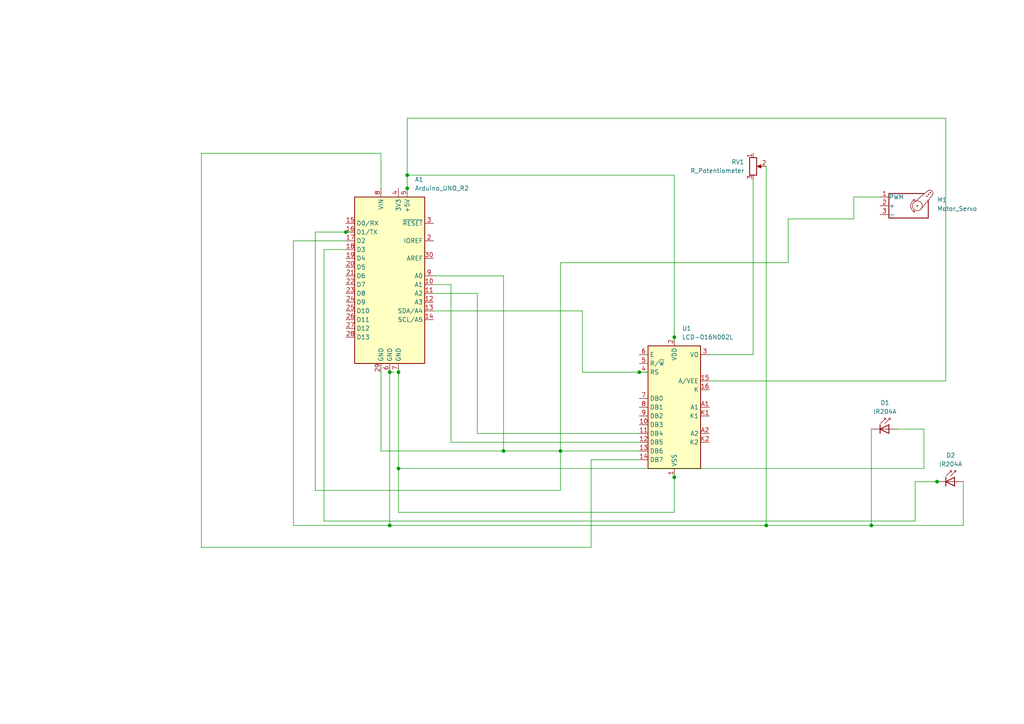
<source format=kicad_sch>
(kicad_sch
	(version 20231120)
	(generator "eeschema")
	(generator_version "8.0")
	(uuid "6172b188-49c7-45f3-8b79-5402782cec89")
	(paper "A4")
	(lib_symbols
		(symbol "Device:R_Potentiometer"
			(pin_names
				(offset 1.016) hide)
			(exclude_from_sim no)
			(in_bom yes)
			(on_board yes)
			(property "Reference" "RV"
				(at -4.445 0 90)
				(effects
					(font
						(size 1.27 1.27)
					)
				)
			)
			(property "Value" "R_Potentiometer"
				(at -2.54 0 90)
				(effects
					(font
						(size 1.27 1.27)
					)
				)
			)
			(property "Footprint" ""
				(at 0 0 0)
				(effects
					(font
						(size 1.27 1.27)
					)
					(hide yes)
				)
			)
			(property "Datasheet" "~"
				(at 0 0 0)
				(effects
					(font
						(size 1.27 1.27)
					)
					(hide yes)
				)
			)
			(property "Description" "Potentiometer"
				(at 0 0 0)
				(effects
					(font
						(size 1.27 1.27)
					)
					(hide yes)
				)
			)
			(property "ki_keywords" "resistor variable"
				(at 0 0 0)
				(effects
					(font
						(size 1.27 1.27)
					)
					(hide yes)
				)
			)
			(property "ki_fp_filters" "Potentiometer*"
				(at 0 0 0)
				(effects
					(font
						(size 1.27 1.27)
					)
					(hide yes)
				)
			)
			(symbol "R_Potentiometer_0_1"
				(polyline
					(pts
						(xy 2.54 0) (xy 1.524 0)
					)
					(stroke
						(width 0)
						(type default)
					)
					(fill
						(type none)
					)
				)
				(polyline
					(pts
						(xy 1.143 0) (xy 2.286 0.508) (xy 2.286 -0.508) (xy 1.143 0)
					)
					(stroke
						(width 0)
						(type default)
					)
					(fill
						(type outline)
					)
				)
				(rectangle
					(start 1.016 2.54)
					(end -1.016 -2.54)
					(stroke
						(width 0.254)
						(type default)
					)
					(fill
						(type none)
					)
				)
			)
			(symbol "R_Potentiometer_1_1"
				(pin passive line
					(at 0 3.81 270)
					(length 1.27)
					(name "1"
						(effects
							(font
								(size 1.27 1.27)
							)
						)
					)
					(number "1"
						(effects
							(font
								(size 1.27 1.27)
							)
						)
					)
				)
				(pin passive line
					(at 3.81 0 180)
					(length 1.27)
					(name "2"
						(effects
							(font
								(size 1.27 1.27)
							)
						)
					)
					(number "2"
						(effects
							(font
								(size 1.27 1.27)
							)
						)
					)
				)
				(pin passive line
					(at 0 -3.81 90)
					(length 1.27)
					(name "3"
						(effects
							(font
								(size 1.27 1.27)
							)
						)
					)
					(number "3"
						(effects
							(font
								(size 1.27 1.27)
							)
						)
					)
				)
			)
		)
		(symbol "Display_Character:LCD-016N002L"
			(exclude_from_sim no)
			(in_bom yes)
			(on_board yes)
			(property "Reference" "U"
				(at -6.35 18.796 0)
				(effects
					(font
						(size 1.27 1.27)
					)
				)
			)
			(property "Value" "LCD-016N002L"
				(at 8.636 18.796 0)
				(effects
					(font
						(size 1.27 1.27)
					)
				)
			)
			(property "Footprint" "Display:LCD-016N002L"
				(at 0.508 -23.368 0)
				(effects
					(font
						(size 1.27 1.27)
					)
					(hide yes)
				)
			)
			(property "Datasheet" "http://www.vishay.com/docs/37299/37299.pdf"
				(at 12.7 -7.62 0)
				(effects
					(font
						(size 1.27 1.27)
					)
					(hide yes)
				)
			)
			(property "Description" "LCD 12x2, 8 bit parallel bus, 3V or 5V VDD"
				(at 0 0 0)
				(effects
					(font
						(size 1.27 1.27)
					)
					(hide yes)
				)
			)
			(property "ki_keywords" "display LCD dot-matrix"
				(at 0 0 0)
				(effects
					(font
						(size 1.27 1.27)
					)
					(hide yes)
				)
			)
			(property "ki_fp_filters" "*LCD*016N002L*"
				(at 0 0 0)
				(effects
					(font
						(size 1.27 1.27)
					)
					(hide yes)
				)
			)
			(symbol "LCD-016N002L_1_1"
				(rectangle
					(start -7.62 17.78)
					(end 7.62 -17.78)
					(stroke
						(width 0.254)
						(type default)
					)
					(fill
						(type background)
					)
				)
				(pin power_in line
					(at 0 -20.32 90)
					(length 2.54)
					(name "VSS"
						(effects
							(font
								(size 1.27 1.27)
							)
						)
					)
					(number "1"
						(effects
							(font
								(size 1.27 1.27)
							)
						)
					)
				)
				(pin bidirectional line
					(at -10.16 -5.08 0)
					(length 2.54)
					(name "DB3"
						(effects
							(font
								(size 1.27 1.27)
							)
						)
					)
					(number "10"
						(effects
							(font
								(size 1.27 1.27)
							)
						)
					)
				)
				(pin bidirectional line
					(at -10.16 -7.62 0)
					(length 2.54)
					(name "DB4"
						(effects
							(font
								(size 1.27 1.27)
							)
						)
					)
					(number "11"
						(effects
							(font
								(size 1.27 1.27)
							)
						)
					)
				)
				(pin bidirectional line
					(at -10.16 -10.16 0)
					(length 2.54)
					(name "DB5"
						(effects
							(font
								(size 1.27 1.27)
							)
						)
					)
					(number "12"
						(effects
							(font
								(size 1.27 1.27)
							)
						)
					)
				)
				(pin bidirectional line
					(at -10.16 -12.7 0)
					(length 2.54)
					(name "DB6"
						(effects
							(font
								(size 1.27 1.27)
							)
						)
					)
					(number "13"
						(effects
							(font
								(size 1.27 1.27)
							)
						)
					)
				)
				(pin bidirectional line
					(at -10.16 -15.24 0)
					(length 2.54)
					(name "DB7"
						(effects
							(font
								(size 1.27 1.27)
							)
						)
					)
					(number "14"
						(effects
							(font
								(size 1.27 1.27)
							)
						)
					)
				)
				(pin power_in line
					(at 10.16 7.62 180)
					(length 2.54)
					(name "A/VEE"
						(effects
							(font
								(size 1.27 1.27)
							)
						)
					)
					(number "15"
						(effects
							(font
								(size 1.27 1.27)
							)
						)
					)
				)
				(pin power_in line
					(at 10.16 5.08 180)
					(length 2.54)
					(name "K"
						(effects
							(font
								(size 1.27 1.27)
							)
						)
					)
					(number "16"
						(effects
							(font
								(size 1.27 1.27)
							)
						)
					)
				)
				(pin power_in line
					(at 0 20.32 270)
					(length 2.54)
					(name "VDD"
						(effects
							(font
								(size 1.27 1.27)
							)
						)
					)
					(number "2"
						(effects
							(font
								(size 1.27 1.27)
							)
						)
					)
				)
				(pin input line
					(at 10.16 15.24 180)
					(length 2.54)
					(name "VO"
						(effects
							(font
								(size 1.27 1.27)
							)
						)
					)
					(number "3"
						(effects
							(font
								(size 1.27 1.27)
							)
						)
					)
				)
				(pin input line
					(at -10.16 10.16 0)
					(length 2.54)
					(name "RS"
						(effects
							(font
								(size 1.27 1.27)
							)
						)
					)
					(number "4"
						(effects
							(font
								(size 1.27 1.27)
							)
						)
					)
				)
				(pin input line
					(at -10.16 12.7 0)
					(length 2.54)
					(name "R/~{W}"
						(effects
							(font
								(size 1.27 1.27)
							)
						)
					)
					(number "5"
						(effects
							(font
								(size 1.27 1.27)
							)
						)
					)
				)
				(pin input line
					(at -10.16 15.24 0)
					(length 2.54)
					(name "E"
						(effects
							(font
								(size 1.27 1.27)
							)
						)
					)
					(number "6"
						(effects
							(font
								(size 1.27 1.27)
							)
						)
					)
				)
				(pin bidirectional line
					(at -10.16 2.54 0)
					(length 2.54)
					(name "DB0"
						(effects
							(font
								(size 1.27 1.27)
							)
						)
					)
					(number "7"
						(effects
							(font
								(size 1.27 1.27)
							)
						)
					)
				)
				(pin bidirectional line
					(at -10.16 0 0)
					(length 2.54)
					(name "DB1"
						(effects
							(font
								(size 1.27 1.27)
							)
						)
					)
					(number "8"
						(effects
							(font
								(size 1.27 1.27)
							)
						)
					)
				)
				(pin bidirectional line
					(at -10.16 -2.54 0)
					(length 2.54)
					(name "DB2"
						(effects
							(font
								(size 1.27 1.27)
							)
						)
					)
					(number "9"
						(effects
							(font
								(size 1.27 1.27)
							)
						)
					)
				)
				(pin power_in line
					(at 10.16 0 180)
					(length 2.54)
					(name "A1"
						(effects
							(font
								(size 1.27 1.27)
							)
						)
					)
					(number "A1"
						(effects
							(font
								(size 1.27 1.27)
							)
						)
					)
				)
				(pin power_in line
					(at 10.16 -7.62 180)
					(length 2.54)
					(name "A2"
						(effects
							(font
								(size 1.27 1.27)
							)
						)
					)
					(number "A2"
						(effects
							(font
								(size 1.27 1.27)
							)
						)
					)
				)
				(pin power_in line
					(at 10.16 -2.54 180)
					(length 2.54)
					(name "K1"
						(effects
							(font
								(size 1.27 1.27)
							)
						)
					)
					(number "K1"
						(effects
							(font
								(size 1.27 1.27)
							)
						)
					)
				)
				(pin power_in line
					(at 10.16 -10.16 180)
					(length 2.54)
					(name "K2"
						(effects
							(font
								(size 1.27 1.27)
							)
						)
					)
					(number "K2"
						(effects
							(font
								(size 1.27 1.27)
							)
						)
					)
				)
			)
		)
		(symbol "LED:IR204A"
			(pin_numbers hide)
			(pin_names
				(offset 1.016) hide)
			(exclude_from_sim no)
			(in_bom yes)
			(on_board yes)
			(property "Reference" "D"
				(at 0.508 1.778 0)
				(effects
					(font
						(size 1.27 1.27)
					)
					(justify left)
				)
			)
			(property "Value" "IR204A"
				(at -1.016 -2.794 0)
				(effects
					(font
						(size 1.27 1.27)
					)
				)
			)
			(property "Footprint" "LED_THT:LED_D3.0mm_IRBlack"
				(at 0 4.445 0)
				(effects
					(font
						(size 1.27 1.27)
					)
					(hide yes)
				)
			)
			(property "Datasheet" "http://www.everlight.com/file/ProductFile/IR204-A.pdf"
				(at -1.27 0 0)
				(effects
					(font
						(size 1.27 1.27)
					)
					(hide yes)
				)
			)
			(property "Description" "Infrared LED , 3mm LED package"
				(at 0 0 0)
				(effects
					(font
						(size 1.27 1.27)
					)
					(hide yes)
				)
			)
			(property "ki_keywords" "opto IR LED"
				(at 0 0 0)
				(effects
					(font
						(size 1.27 1.27)
					)
					(hide yes)
				)
			)
			(property "ki_fp_filters" "LED*3.0mm*IRBlack*"
				(at 0 0 0)
				(effects
					(font
						(size 1.27 1.27)
					)
					(hide yes)
				)
			)
			(symbol "IR204A_0_1"
				(polyline
					(pts
						(xy -2.54 1.27) (xy -2.54 -1.27)
					)
					(stroke
						(width 0.254)
						(type default)
					)
					(fill
						(type none)
					)
				)
				(polyline
					(pts
						(xy 0 0) (xy -2.54 0)
					)
					(stroke
						(width 0)
						(type default)
					)
					(fill
						(type none)
					)
				)
				(polyline
					(pts
						(xy 0.381 3.175) (xy -0.127 3.175)
					)
					(stroke
						(width 0)
						(type default)
					)
					(fill
						(type none)
					)
				)
				(polyline
					(pts
						(xy -1.143 1.651) (xy 0.381 3.175) (xy 0.381 2.667)
					)
					(stroke
						(width 0)
						(type default)
					)
					(fill
						(type none)
					)
				)
				(polyline
					(pts
						(xy 0 1.27) (xy -2.54 0) (xy 0 -1.27) (xy 0 1.27)
					)
					(stroke
						(width 0.254)
						(type default)
					)
					(fill
						(type none)
					)
				)
				(polyline
					(pts
						(xy -2.413 1.651) (xy -0.889 3.175) (xy -0.889 2.667) (xy -0.889 3.175) (xy -1.397 3.175)
					)
					(stroke
						(width 0)
						(type default)
					)
					(fill
						(type none)
					)
				)
			)
			(symbol "IR204A_1_1"
				(pin passive line
					(at -5.08 0 0)
					(length 2.54)
					(name "K"
						(effects
							(font
								(size 1.27 1.27)
							)
						)
					)
					(number "1"
						(effects
							(font
								(size 1.27 1.27)
							)
						)
					)
				)
				(pin passive line
					(at 2.54 0 180)
					(length 2.54)
					(name "A"
						(effects
							(font
								(size 1.27 1.27)
							)
						)
					)
					(number "2"
						(effects
							(font
								(size 1.27 1.27)
							)
						)
					)
				)
			)
		)
		(symbol "MCU_Module:Arduino_UNO_R2"
			(exclude_from_sim no)
			(in_bom yes)
			(on_board yes)
			(property "Reference" "A"
				(at -10.16 23.495 0)
				(effects
					(font
						(size 1.27 1.27)
					)
					(justify left bottom)
				)
			)
			(property "Value" "Arduino_UNO_R2"
				(at 5.08 -26.67 0)
				(effects
					(font
						(size 1.27 1.27)
					)
					(justify left top)
				)
			)
			(property "Footprint" "Module:Arduino_UNO_R2"
				(at 0 0 0)
				(effects
					(font
						(size 1.27 1.27)
						(italic yes)
					)
					(hide yes)
				)
			)
			(property "Datasheet" "https://www.arduino.cc/en/Main/arduinoBoardUno"
				(at 0 0 0)
				(effects
					(font
						(size 1.27 1.27)
					)
					(hide yes)
				)
			)
			(property "Description" "Arduino UNO Microcontroller Module, release 2"
				(at 0 0 0)
				(effects
					(font
						(size 1.27 1.27)
					)
					(hide yes)
				)
			)
			(property "ki_keywords" "Arduino UNO R3 Microcontroller Module Atmel AVR USB"
				(at 0 0 0)
				(effects
					(font
						(size 1.27 1.27)
					)
					(hide yes)
				)
			)
			(property "ki_fp_filters" "Arduino*UNO*R2*"
				(at 0 0 0)
				(effects
					(font
						(size 1.27 1.27)
					)
					(hide yes)
				)
			)
			(symbol "Arduino_UNO_R2_0_1"
				(rectangle
					(start -10.16 22.86)
					(end 10.16 -25.4)
					(stroke
						(width 0.254)
						(type default)
					)
					(fill
						(type background)
					)
				)
			)
			(symbol "Arduino_UNO_R2_1_1"
				(pin no_connect line
					(at -10.16 -20.32 0)
					(length 2.54) hide
					(name "NC"
						(effects
							(font
								(size 1.27 1.27)
							)
						)
					)
					(number "1"
						(effects
							(font
								(size 1.27 1.27)
							)
						)
					)
				)
				(pin bidirectional line
					(at 12.7 -2.54 180)
					(length 2.54)
					(name "A1"
						(effects
							(font
								(size 1.27 1.27)
							)
						)
					)
					(number "10"
						(effects
							(font
								(size 1.27 1.27)
							)
						)
					)
				)
				(pin bidirectional line
					(at 12.7 -5.08 180)
					(length 2.54)
					(name "A2"
						(effects
							(font
								(size 1.27 1.27)
							)
						)
					)
					(number "11"
						(effects
							(font
								(size 1.27 1.27)
							)
						)
					)
				)
				(pin bidirectional line
					(at 12.7 -7.62 180)
					(length 2.54)
					(name "A3"
						(effects
							(font
								(size 1.27 1.27)
							)
						)
					)
					(number "12"
						(effects
							(font
								(size 1.27 1.27)
							)
						)
					)
				)
				(pin bidirectional line
					(at 12.7 -10.16 180)
					(length 2.54)
					(name "SDA/A4"
						(effects
							(font
								(size 1.27 1.27)
							)
						)
					)
					(number "13"
						(effects
							(font
								(size 1.27 1.27)
							)
						)
					)
				)
				(pin bidirectional line
					(at 12.7 -12.7 180)
					(length 2.54)
					(name "SCL/A5"
						(effects
							(font
								(size 1.27 1.27)
							)
						)
					)
					(number "14"
						(effects
							(font
								(size 1.27 1.27)
							)
						)
					)
				)
				(pin bidirectional line
					(at -12.7 15.24 0)
					(length 2.54)
					(name "D0/RX"
						(effects
							(font
								(size 1.27 1.27)
							)
						)
					)
					(number "15"
						(effects
							(font
								(size 1.27 1.27)
							)
						)
					)
				)
				(pin bidirectional line
					(at -12.7 12.7 0)
					(length 2.54)
					(name "D1/TX"
						(effects
							(font
								(size 1.27 1.27)
							)
						)
					)
					(number "16"
						(effects
							(font
								(size 1.27 1.27)
							)
						)
					)
				)
				(pin bidirectional line
					(at -12.7 10.16 0)
					(length 2.54)
					(name "D2"
						(effects
							(font
								(size 1.27 1.27)
							)
						)
					)
					(number "17"
						(effects
							(font
								(size 1.27 1.27)
							)
						)
					)
				)
				(pin bidirectional line
					(at -12.7 7.62 0)
					(length 2.54)
					(name "D3"
						(effects
							(font
								(size 1.27 1.27)
							)
						)
					)
					(number "18"
						(effects
							(font
								(size 1.27 1.27)
							)
						)
					)
				)
				(pin bidirectional line
					(at -12.7 5.08 0)
					(length 2.54)
					(name "D4"
						(effects
							(font
								(size 1.27 1.27)
							)
						)
					)
					(number "19"
						(effects
							(font
								(size 1.27 1.27)
							)
						)
					)
				)
				(pin output line
					(at 12.7 10.16 180)
					(length 2.54)
					(name "IOREF"
						(effects
							(font
								(size 1.27 1.27)
							)
						)
					)
					(number "2"
						(effects
							(font
								(size 1.27 1.27)
							)
						)
					)
				)
				(pin bidirectional line
					(at -12.7 2.54 0)
					(length 2.54)
					(name "D5"
						(effects
							(font
								(size 1.27 1.27)
							)
						)
					)
					(number "20"
						(effects
							(font
								(size 1.27 1.27)
							)
						)
					)
				)
				(pin bidirectional line
					(at -12.7 0 0)
					(length 2.54)
					(name "D6"
						(effects
							(font
								(size 1.27 1.27)
							)
						)
					)
					(number "21"
						(effects
							(font
								(size 1.27 1.27)
							)
						)
					)
				)
				(pin bidirectional line
					(at -12.7 -2.54 0)
					(length 2.54)
					(name "D7"
						(effects
							(font
								(size 1.27 1.27)
							)
						)
					)
					(number "22"
						(effects
							(font
								(size 1.27 1.27)
							)
						)
					)
				)
				(pin bidirectional line
					(at -12.7 -5.08 0)
					(length 2.54)
					(name "D8"
						(effects
							(font
								(size 1.27 1.27)
							)
						)
					)
					(number "23"
						(effects
							(font
								(size 1.27 1.27)
							)
						)
					)
				)
				(pin bidirectional line
					(at -12.7 -7.62 0)
					(length 2.54)
					(name "D9"
						(effects
							(font
								(size 1.27 1.27)
							)
						)
					)
					(number "24"
						(effects
							(font
								(size 1.27 1.27)
							)
						)
					)
				)
				(pin bidirectional line
					(at -12.7 -10.16 0)
					(length 2.54)
					(name "D10"
						(effects
							(font
								(size 1.27 1.27)
							)
						)
					)
					(number "25"
						(effects
							(font
								(size 1.27 1.27)
							)
						)
					)
				)
				(pin bidirectional line
					(at -12.7 -12.7 0)
					(length 2.54)
					(name "D11"
						(effects
							(font
								(size 1.27 1.27)
							)
						)
					)
					(number "26"
						(effects
							(font
								(size 1.27 1.27)
							)
						)
					)
				)
				(pin bidirectional line
					(at -12.7 -15.24 0)
					(length 2.54)
					(name "D12"
						(effects
							(font
								(size 1.27 1.27)
							)
						)
					)
					(number "27"
						(effects
							(font
								(size 1.27 1.27)
							)
						)
					)
				)
				(pin bidirectional line
					(at -12.7 -17.78 0)
					(length 2.54)
					(name "D13"
						(effects
							(font
								(size 1.27 1.27)
							)
						)
					)
					(number "28"
						(effects
							(font
								(size 1.27 1.27)
							)
						)
					)
				)
				(pin power_in line
					(at -2.54 -27.94 90)
					(length 2.54)
					(name "GND"
						(effects
							(font
								(size 1.27 1.27)
							)
						)
					)
					(number "29"
						(effects
							(font
								(size 1.27 1.27)
							)
						)
					)
				)
				(pin input line
					(at 12.7 15.24 180)
					(length 2.54)
					(name "~{RESET}"
						(effects
							(font
								(size 1.27 1.27)
							)
						)
					)
					(number "3"
						(effects
							(font
								(size 1.27 1.27)
							)
						)
					)
				)
				(pin input line
					(at 12.7 5.08 180)
					(length 2.54)
					(name "AREF"
						(effects
							(font
								(size 1.27 1.27)
							)
						)
					)
					(number "30"
						(effects
							(font
								(size 1.27 1.27)
							)
						)
					)
				)
				(pin power_out line
					(at 2.54 25.4 270)
					(length 2.54)
					(name "3V3"
						(effects
							(font
								(size 1.27 1.27)
							)
						)
					)
					(number "4"
						(effects
							(font
								(size 1.27 1.27)
							)
						)
					)
				)
				(pin power_out line
					(at 5.08 25.4 270)
					(length 2.54)
					(name "+5V"
						(effects
							(font
								(size 1.27 1.27)
							)
						)
					)
					(number "5"
						(effects
							(font
								(size 1.27 1.27)
							)
						)
					)
				)
				(pin power_in line
					(at 0 -27.94 90)
					(length 2.54)
					(name "GND"
						(effects
							(font
								(size 1.27 1.27)
							)
						)
					)
					(number "6"
						(effects
							(font
								(size 1.27 1.27)
							)
						)
					)
				)
				(pin power_in line
					(at 2.54 -27.94 90)
					(length 2.54)
					(name "GND"
						(effects
							(font
								(size 1.27 1.27)
							)
						)
					)
					(number "7"
						(effects
							(font
								(size 1.27 1.27)
							)
						)
					)
				)
				(pin power_in line
					(at -2.54 25.4 270)
					(length 2.54)
					(name "VIN"
						(effects
							(font
								(size 1.27 1.27)
							)
						)
					)
					(number "8"
						(effects
							(font
								(size 1.27 1.27)
							)
						)
					)
				)
				(pin bidirectional line
					(at 12.7 0 180)
					(length 2.54)
					(name "A0"
						(effects
							(font
								(size 1.27 1.27)
							)
						)
					)
					(number "9"
						(effects
							(font
								(size 1.27 1.27)
							)
						)
					)
				)
			)
		)
		(symbol "Motor:Motor_Servo"
			(pin_names
				(offset 0.0254)
			)
			(exclude_from_sim no)
			(in_bom yes)
			(on_board yes)
			(property "Reference" "M"
				(at -5.08 4.445 0)
				(effects
					(font
						(size 1.27 1.27)
					)
					(justify left)
				)
			)
			(property "Value" "Motor_Servo"
				(at -5.08 -4.064 0)
				(effects
					(font
						(size 1.27 1.27)
					)
					(justify left top)
				)
			)
			(property "Footprint" ""
				(at 0 -4.826 0)
				(effects
					(font
						(size 1.27 1.27)
					)
					(hide yes)
				)
			)
			(property "Datasheet" "http://forums.parallax.com/uploads/attachments/46831/74481.png"
				(at 0 -4.826 0)
				(effects
					(font
						(size 1.27 1.27)
					)
					(hide yes)
				)
			)
			(property "Description" "Servo Motor (Futaba, HiTec, JR connector)"
				(at 0 0 0)
				(effects
					(font
						(size 1.27 1.27)
					)
					(hide yes)
				)
			)
			(property "ki_keywords" "Servo Motor"
				(at 0 0 0)
				(effects
					(font
						(size 1.27 1.27)
					)
					(hide yes)
				)
			)
			(property "ki_fp_filters" "PinHeader*P2.54mm*"
				(at 0 0 0)
				(effects
					(font
						(size 1.27 1.27)
					)
					(hide yes)
				)
			)
			(symbol "Motor_Servo_0_1"
				(polyline
					(pts
						(xy 2.413 -1.778) (xy 2.032 -1.778)
					)
					(stroke
						(width 0)
						(type default)
					)
					(fill
						(type none)
					)
				)
				(polyline
					(pts
						(xy 2.413 -1.778) (xy 2.286 -1.397)
					)
					(stroke
						(width 0)
						(type default)
					)
					(fill
						(type none)
					)
				)
				(polyline
					(pts
						(xy 2.413 1.778) (xy 1.905 1.778)
					)
					(stroke
						(width 0)
						(type default)
					)
					(fill
						(type none)
					)
				)
				(polyline
					(pts
						(xy 2.413 1.778) (xy 2.286 1.397)
					)
					(stroke
						(width 0)
						(type default)
					)
					(fill
						(type none)
					)
				)
				(polyline
					(pts
						(xy 6.35 4.445) (xy 2.54 1.27)
					)
					(stroke
						(width 0)
						(type default)
					)
					(fill
						(type none)
					)
				)
				(polyline
					(pts
						(xy 7.62 3.175) (xy 4.191 -1.016)
					)
					(stroke
						(width 0)
						(type default)
					)
					(fill
						(type none)
					)
				)
				(polyline
					(pts
						(xy 5.08 3.556) (xy -5.08 3.556) (xy -5.08 -3.556) (xy 6.35 -3.556) (xy 6.35 1.524)
					)
					(stroke
						(width 0.254)
						(type default)
					)
					(fill
						(type none)
					)
				)
				(arc
					(start 2.413 1.778)
					(mid 1.2406 0)
					(end 2.413 -1.778)
					(stroke
						(width 0)
						(type default)
					)
					(fill
						(type none)
					)
				)
				(circle
					(center 3.175 0)
					(radius 0.1778)
					(stroke
						(width 0)
						(type default)
					)
					(fill
						(type none)
					)
				)
				(circle
					(center 3.175 0)
					(radius 1.4224)
					(stroke
						(width 0)
						(type default)
					)
					(fill
						(type none)
					)
				)
				(circle
					(center 5.969 2.794)
					(radius 0.127)
					(stroke
						(width 0)
						(type default)
					)
					(fill
						(type none)
					)
				)
				(circle
					(center 6.477 3.302)
					(radius 0.127)
					(stroke
						(width 0)
						(type default)
					)
					(fill
						(type none)
					)
				)
				(circle
					(center 6.985 3.81)
					(radius 0.127)
					(stroke
						(width 0)
						(type default)
					)
					(fill
						(type none)
					)
				)
				(arc
					(start 7.62 3.175)
					(mid 7.4485 4.2735)
					(end 6.35 4.445)
					(stroke
						(width 0)
						(type default)
					)
					(fill
						(type none)
					)
				)
			)
			(symbol "Motor_Servo_1_1"
				(pin passive line
					(at -7.62 2.54 0)
					(length 2.54)
					(name "PWM"
						(effects
							(font
								(size 1.27 1.27)
							)
						)
					)
					(number "1"
						(effects
							(font
								(size 1.27 1.27)
							)
						)
					)
				)
				(pin passive line
					(at -7.62 0 0)
					(length 2.54)
					(name "+"
						(effects
							(font
								(size 1.27 1.27)
							)
						)
					)
					(number "2"
						(effects
							(font
								(size 1.27 1.27)
							)
						)
					)
				)
				(pin passive line
					(at -7.62 -2.54 0)
					(length 2.54)
					(name "-"
						(effects
							(font
								(size 1.27 1.27)
							)
						)
					)
					(number "3"
						(effects
							(font
								(size 1.27 1.27)
							)
						)
					)
				)
			)
		)
	)
	(junction
		(at 115.57 107.95)
		(diameter 0)
		(color 0 0 0 0)
		(uuid "04b91a6e-fa8a-4b5b-8ee1-12f5747881b0")
	)
	(junction
		(at 146.05 130.81)
		(diameter 0)
		(color 0 0 0 0)
		(uuid "05b6d8a0-be5b-4755-8d49-fbdd3afbec1e")
	)
	(junction
		(at 118.11 50.8)
		(diameter 0)
		(color 0 0 0 0)
		(uuid "2b5a30cc-8859-4a05-bb53-2daa1c644a09")
	)
	(junction
		(at 185.42 107.95)
		(diameter 0)
		(color 0 0 0 0)
		(uuid "39185ead-b2d5-40cc-95af-f242d8fffd97")
	)
	(junction
		(at 113.03 152.4)
		(diameter 0)
		(color 0 0 0 0)
		(uuid "39d47e0e-0fb8-42c8-b966-394acce0a4be")
	)
	(junction
		(at 113.03 107.95)
		(diameter 0)
		(color 0 0 0 0)
		(uuid "3fba05a0-9770-4cc9-bafb-00461543f7c1")
	)
	(junction
		(at 195.58 138.43)
		(diameter 0)
		(color 0 0 0 0)
		(uuid "a2fc2dc0-03a5-4cec-a2f6-286d888bb31f")
	)
	(junction
		(at 252.73 152.4)
		(diameter 0)
		(color 0 0 0 0)
		(uuid "a6569a45-de4e-4474-8774-f277803fb072")
	)
	(junction
		(at 100.33 67.31)
		(diameter 0)
		(color 0 0 0 0)
		(uuid "ae5c2835-0526-4efc-85e1-1eeefcff5711")
	)
	(junction
		(at 271.78 139.7)
		(diameter 0)
		(color 0 0 0 0)
		(uuid "d0642691-e86b-4028-8c69-f97e07588915")
	)
	(junction
		(at 118.11 54.61)
		(diameter 0)
		(color 0 0 0 0)
		(uuid "d5cfecdf-e3a7-434a-8a01-2522a425adc0")
	)
	(junction
		(at 162.56 130.81)
		(diameter 0)
		(color 0 0 0 0)
		(uuid "dfc061c9-f369-493b-95df-57a472fa4c0a")
	)
	(junction
		(at 222.25 152.4)
		(diameter 0)
		(color 0 0 0 0)
		(uuid "eca58452-848f-4e15-9ab8-80a5d32c9b17")
	)
	(junction
		(at 195.58 97.79)
		(diameter 0)
		(color 0 0 0 0)
		(uuid "ee09e5cd-c02a-4b73-b972-6558957afbba")
	)
	(junction
		(at 115.57 135.89)
		(diameter 0)
		(color 0 0 0 0)
		(uuid "f825ec07-eb2a-4fa7-9509-78a2afb7af8e")
	)
	(wire
		(pts
			(xy 162.56 130.81) (xy 185.42 130.81)
		)
		(stroke
			(width 0)
			(type default)
		)
		(uuid "03f10167-7854-45cd-a250-16e646e46ec5")
	)
	(wire
		(pts
			(xy 115.57 135.89) (xy 267.97 135.89)
		)
		(stroke
			(width 0)
			(type default)
		)
		(uuid "058c7ce4-ce2f-4ea2-a979-aba7346bae51")
	)
	(wire
		(pts
			(xy 130.81 128.27) (xy 130.81 82.55)
		)
		(stroke
			(width 0)
			(type default)
		)
		(uuid "094d0bdb-9c5d-4a44-bc71-d4bdf2af98b0")
	)
	(wire
		(pts
			(xy 110.49 44.45) (xy 58.42 44.45)
		)
		(stroke
			(width 0)
			(type default)
		)
		(uuid "09e2e716-760a-44c7-af13-5482a2feeaa1")
	)
	(wire
		(pts
			(xy 146.05 130.81) (xy 162.56 130.81)
		)
		(stroke
			(width 0)
			(type default)
		)
		(uuid "1452f8ff-7c30-4f90-b715-56133d38a4c4")
	)
	(wire
		(pts
			(xy 247.65 63.5) (xy 228.6 63.5)
		)
		(stroke
			(width 0)
			(type default)
		)
		(uuid "14e7d3e2-6282-4235-a213-9712cb89a542")
	)
	(wire
		(pts
			(xy 100.33 69.85) (xy 85.09 69.85)
		)
		(stroke
			(width 0)
			(type default)
		)
		(uuid "1824a00d-25a7-4d39-9bc3-6c7661de510e")
	)
	(wire
		(pts
			(xy 138.43 85.09) (xy 125.73 85.09)
		)
		(stroke
			(width 0)
			(type default)
		)
		(uuid "211d0960-54c6-4618-9781-4dcff3aace08")
	)
	(wire
		(pts
			(xy 113.03 152.4) (xy 222.25 152.4)
		)
		(stroke
			(width 0)
			(type default)
		)
		(uuid "24b83e95-13e0-4bab-8dd5-766f81631f26")
	)
	(wire
		(pts
			(xy 195.58 137.16) (xy 195.58 138.43)
		)
		(stroke
			(width 0)
			(type default)
		)
		(uuid "263100db-b204-4870-a551-196501f504a5")
	)
	(wire
		(pts
			(xy 125.73 82.55) (xy 130.81 82.55)
		)
		(stroke
			(width 0)
			(type default)
		)
		(uuid "27265246-d421-43e3-abbe-db6ac6976b57")
	)
	(wire
		(pts
			(xy 113.03 107.95) (xy 114.3 107.95)
		)
		(stroke
			(width 0)
			(type default)
		)
		(uuid "2d887044-fb67-418a-819d-5b53cd0a8bc9")
	)
	(wire
		(pts
			(xy 195.58 50.8) (xy 195.58 97.79)
		)
		(stroke
			(width 0)
			(type default)
		)
		(uuid "3219bbc7-4aa4-4ec7-8278-46154014d12e")
	)
	(wire
		(pts
			(xy 118.11 54.61) (xy 118.11 57.15)
		)
		(stroke
			(width 0)
			(type default)
		)
		(uuid "32ee5c11-6cca-464e-9a9e-4cd8089a0501")
	)
	(wire
		(pts
			(xy 228.6 63.5) (xy 228.6 76.2)
		)
		(stroke
			(width 0)
			(type default)
		)
		(uuid "33afe9b1-ef06-439c-b454-807dc32f0e36")
	)
	(wire
		(pts
			(xy 85.09 69.85) (xy 85.09 152.4)
		)
		(stroke
			(width 0)
			(type default)
		)
		(uuid "33b4e38d-ced0-49ff-b81e-527138763e1f")
	)
	(wire
		(pts
			(xy 110.49 54.61) (xy 110.49 44.45)
		)
		(stroke
			(width 0)
			(type default)
		)
		(uuid "34a9f69b-9307-4cd0-8354-0db0d5e81e24")
	)
	(wire
		(pts
			(xy 138.43 125.73) (xy 138.43 85.09)
		)
		(stroke
			(width 0)
			(type default)
		)
		(uuid "3c7bc14d-a950-41eb-baae-89efe6b0bc3c")
	)
	(wire
		(pts
			(xy 125.73 80.01) (xy 146.05 80.01)
		)
		(stroke
			(width 0)
			(type default)
		)
		(uuid "3ee8d49e-5e02-4bae-82cd-d283f1391d0a")
	)
	(wire
		(pts
			(xy 162.56 76.2) (xy 162.56 130.81)
		)
		(stroke
			(width 0)
			(type default)
		)
		(uuid "44c13195-d260-4b89-bc8a-816d43e37edf")
	)
	(wire
		(pts
			(xy 267.97 135.89) (xy 267.97 124.46)
		)
		(stroke
			(width 0)
			(type default)
		)
		(uuid "520e9464-678d-4230-b710-8513e97544a4")
	)
	(wire
		(pts
			(xy 118.11 50.8) (xy 118.11 54.61)
		)
		(stroke
			(width 0)
			(type default)
		)
		(uuid "522231d5-ad6a-4df3-94a9-5f47682b6b18")
	)
	(wire
		(pts
			(xy 146.05 130.81) (xy 146.05 80.01)
		)
		(stroke
			(width 0)
			(type default)
		)
		(uuid "52b01e53-b9c5-4456-aaf9-7e5838e9f7de")
	)
	(wire
		(pts
			(xy 118.11 34.29) (xy 118.11 50.8)
		)
		(stroke
			(width 0)
			(type default)
		)
		(uuid "53682c01-1ded-4d57-858f-b034e130eb41")
	)
	(wire
		(pts
			(xy 168.91 90.17) (xy 168.91 107.95)
		)
		(stroke
			(width 0)
			(type default)
		)
		(uuid "53a5d785-8f3b-48b7-ae07-bdb658310969")
	)
	(wire
		(pts
			(xy 91.44 142.24) (xy 162.56 142.24)
		)
		(stroke
			(width 0)
			(type default)
		)
		(uuid "5486f330-610c-4eed-a0bc-427b48f5338f")
	)
	(wire
		(pts
			(xy 252.73 124.46) (xy 252.73 152.4)
		)
		(stroke
			(width 0)
			(type default)
		)
		(uuid "57a0c199-439a-4fa0-aa78-5f4156336bc1")
	)
	(wire
		(pts
			(xy 91.44 67.31) (xy 100.33 67.31)
		)
		(stroke
			(width 0)
			(type default)
		)
		(uuid "62bfdc1d-bc4a-47bf-94ed-5442b8dc7f79")
	)
	(wire
		(pts
			(xy 274.32 34.29) (xy 118.11 34.29)
		)
		(stroke
			(width 0)
			(type default)
		)
		(uuid "62e548c4-cdb1-4b64-ad92-2a57f59e2120")
	)
	(wire
		(pts
			(xy 222.25 152.4) (xy 252.73 152.4)
		)
		(stroke
			(width 0)
			(type default)
		)
		(uuid "62f9565c-00e2-41b9-818b-99538341f28b")
	)
	(wire
		(pts
			(xy 265.43 151.13) (xy 265.43 139.7)
		)
		(stroke
			(width 0)
			(type default)
		)
		(uuid "6cdd42c4-8de1-4ff4-98db-ec300684bc73")
	)
	(wire
		(pts
			(xy 125.73 90.17) (xy 168.91 90.17)
		)
		(stroke
			(width 0)
			(type default)
		)
		(uuid "6f71872f-a72d-48b9-90c6-5790f27dd260")
	)
	(wire
		(pts
			(xy 279.4 152.4) (xy 279.4 139.7)
		)
		(stroke
			(width 0)
			(type default)
		)
		(uuid "723603ea-ec86-4792-897c-d590ef4d5bbc")
	)
	(wire
		(pts
			(xy 205.74 102.87) (xy 218.44 102.87)
		)
		(stroke
			(width 0)
			(type default)
		)
		(uuid "73d56d27-6ab2-40a1-aef5-7fad8bd6bdae")
	)
	(wire
		(pts
			(xy 171.45 158.75) (xy 171.45 133.35)
		)
		(stroke
			(width 0)
			(type default)
		)
		(uuid "787c57c0-ec43-42ca-b5ce-ad7983776f9e")
	)
	(wire
		(pts
			(xy 115.57 135.89) (xy 115.57 148.59)
		)
		(stroke
			(width 0)
			(type default)
		)
		(uuid "79780a33-f56b-4f72-8506-30d5aafc5c0a")
	)
	(wire
		(pts
			(xy 185.42 107.95) (xy 187.96 107.95)
		)
		(stroke
			(width 0)
			(type default)
		)
		(uuid "7b8f066d-46dd-4b54-b13f-70f57bb2f2b0")
	)
	(wire
		(pts
			(xy 274.32 110.49) (xy 274.32 34.29)
		)
		(stroke
			(width 0)
			(type default)
		)
		(uuid "8013e0a6-4419-418b-b2f5-7d155213b127")
	)
	(wire
		(pts
			(xy 195.58 148.59) (xy 195.58 138.43)
		)
		(stroke
			(width 0)
			(type default)
		)
		(uuid "84fa6731-74fd-4e82-94a1-aef7ca4baf53")
	)
	(wire
		(pts
			(xy 115.57 107.95) (xy 115.57 135.89)
		)
		(stroke
			(width 0)
			(type default)
		)
		(uuid "8af9c70c-990f-4774-b37c-8fb1b6085469")
	)
	(wire
		(pts
			(xy 265.43 139.7) (xy 271.78 139.7)
		)
		(stroke
			(width 0)
			(type default)
		)
		(uuid "92bb5961-b7a3-4da1-a391-0c82cba92598")
	)
	(wire
		(pts
			(xy 205.74 110.49) (xy 274.32 110.49)
		)
		(stroke
			(width 0)
			(type default)
		)
		(uuid "936e41c3-690c-4e8f-baf8-2d0c37fc1fb2")
	)
	(wire
		(pts
			(xy 260.35 124.46) (xy 267.97 124.46)
		)
		(stroke
			(width 0)
			(type default)
		)
		(uuid "93814082-fbb4-42ac-8d5b-8ea0b647545e")
	)
	(wire
		(pts
			(xy 113.03 107.95) (xy 113.03 152.4)
		)
		(stroke
			(width 0)
			(type default)
		)
		(uuid "95513e07-a293-497f-83be-e87694be81fd")
	)
	(wire
		(pts
			(xy 58.42 44.45) (xy 58.42 158.75)
		)
		(stroke
			(width 0)
			(type default)
		)
		(uuid "96b56aad-cbdf-4291-b0ba-c8964eecc5c1")
	)
	(wire
		(pts
			(xy 58.42 158.75) (xy 171.45 158.75)
		)
		(stroke
			(width 0)
			(type default)
		)
		(uuid "9a927381-f4b5-450c-836a-8cd3a273faa1")
	)
	(wire
		(pts
			(xy 110.49 130.81) (xy 146.05 130.81)
		)
		(stroke
			(width 0)
			(type default)
		)
		(uuid "a0a41dac-6130-47fe-8e8b-1b30e5531166")
	)
	(wire
		(pts
			(xy 100.33 67.31) (xy 101.6 67.31)
		)
		(stroke
			(width 0)
			(type default)
		)
		(uuid "a7a1b4d0-32ae-425c-a119-6192e0c7de25")
	)
	(wire
		(pts
			(xy 247.65 63.5) (xy 247.65 57.15)
		)
		(stroke
			(width 0)
			(type default)
		)
		(uuid "aad822f3-ecc8-4f7f-8d31-656a0aa2f87b")
	)
	(wire
		(pts
			(xy 271.78 139.7) (xy 273.05 139.7)
		)
		(stroke
			(width 0)
			(type default)
		)
		(uuid "b300d7b2-b7e2-4a43-9d11-56f1808c18ea")
	)
	(wire
		(pts
			(xy 115.57 148.59) (xy 195.58 148.59)
		)
		(stroke
			(width 0)
			(type default)
		)
		(uuid "b4653ca7-1953-45c6-8624-cbc963d69f7f")
	)
	(wire
		(pts
			(xy 171.45 133.35) (xy 185.42 133.35)
		)
		(stroke
			(width 0)
			(type default)
		)
		(uuid "b4d92b6f-7c6f-4d5c-a352-7340e4d0eedd")
	)
	(wire
		(pts
			(xy 93.98 151.13) (xy 93.98 72.39)
		)
		(stroke
			(width 0)
			(type default)
		)
		(uuid "b9347c79-3bf2-4b39-85db-0c5389352baa")
	)
	(wire
		(pts
			(xy 168.91 107.95) (xy 185.42 107.95)
		)
		(stroke
			(width 0)
			(type default)
		)
		(uuid "b97a0a0f-febe-40f2-851d-14fee2455361")
	)
	(wire
		(pts
			(xy 85.09 152.4) (xy 113.03 152.4)
		)
		(stroke
			(width 0)
			(type default)
		)
		(uuid "bb5e355d-d568-4690-9e2a-61b284546241")
	)
	(wire
		(pts
			(xy 115.57 106.68) (xy 115.57 107.95)
		)
		(stroke
			(width 0)
			(type default)
		)
		(uuid "c25de5d5-c125-43fc-975f-58c2dd65a265")
	)
	(wire
		(pts
			(xy 118.11 50.8) (xy 195.58 50.8)
		)
		(stroke
			(width 0)
			(type default)
		)
		(uuid "c5477fc3-a0e3-4d56-bb01-b4804b7a685b")
	)
	(wire
		(pts
			(xy 185.42 125.73) (xy 138.43 125.73)
		)
		(stroke
			(width 0)
			(type default)
		)
		(uuid "c78e5df9-1de9-42ad-8167-fdb3a8ea0ce4")
	)
	(wire
		(pts
			(xy 93.98 151.13) (xy 265.43 151.13)
		)
		(stroke
			(width 0)
			(type default)
		)
		(uuid "cca540b6-bb89-4531-975c-708f072b3567")
	)
	(wire
		(pts
			(xy 162.56 130.81) (xy 162.56 142.24)
		)
		(stroke
			(width 0)
			(type default)
		)
		(uuid "cdc0fe3e-7979-49f6-83ed-95c616e0b609")
	)
	(wire
		(pts
			(xy 247.65 57.15) (xy 255.27 57.15)
		)
		(stroke
			(width 0)
			(type default)
		)
		(uuid "d1c9c6e7-a57f-4c2b-bd6b-84505aae2e8d")
	)
	(wire
		(pts
			(xy 185.42 128.27) (xy 130.81 128.27)
		)
		(stroke
			(width 0)
			(type default)
		)
		(uuid "ddb91efb-a759-47fa-aa84-a46fa151733a")
	)
	(wire
		(pts
			(xy 252.73 152.4) (xy 279.4 152.4)
		)
		(stroke
			(width 0)
			(type default)
		)
		(uuid "dee09109-2c79-4e6a-a636-f4fbdc8bcefe")
	)
	(wire
		(pts
			(xy 91.44 142.24) (xy 91.44 67.31)
		)
		(stroke
			(width 0)
			(type default)
		)
		(uuid "e0b15210-72dd-45dc-bb35-9c9e675f2821")
	)
	(wire
		(pts
			(xy 195.58 97.79) (xy 195.58 99.06)
		)
		(stroke
			(width 0)
			(type default)
		)
		(uuid "eb15db97-3e75-4e7b-adc9-d036f1eed51f")
	)
	(wire
		(pts
			(xy 228.6 76.2) (xy 162.56 76.2)
		)
		(stroke
			(width 0)
			(type default)
		)
		(uuid "ef6d445f-cbe1-4019-a39d-81bf1adccd18")
	)
	(wire
		(pts
			(xy 93.98 72.39) (xy 100.33 72.39)
		)
		(stroke
			(width 0)
			(type default)
		)
		(uuid "f4ed7b15-6c34-4e93-adf9-599bbe693ba9")
	)
	(wire
		(pts
			(xy 110.49 130.81) (xy 110.49 107.95)
		)
		(stroke
			(width 0)
			(type default)
		)
		(uuid "f84f0127-74d6-43b8-9fa3-ed9b59beedb5")
	)
	(wire
		(pts
			(xy 222.25 48.26) (xy 222.25 152.4)
		)
		(stroke
			(width 0)
			(type default)
		)
		(uuid "fa6d9673-5901-4ea5-bcee-78eea8cf8bf0")
	)
	(wire
		(pts
			(xy 218.44 102.87) (xy 218.44 52.07)
		)
		(stroke
			(width 0)
			(type default)
		)
		(uuid "ffc1e664-669c-4957-9f11-294523d57c7d")
	)
	(symbol
		(lib_id "LED:IR204A")
		(at 257.81 124.46 0)
		(unit 1)
		(exclude_from_sim no)
		(in_bom yes)
		(on_board yes)
		(dnp no)
		(fields_autoplaced yes)
		(uuid "11f55bbf-0db4-42c0-9d8f-db29d3b2cea8")
		(property "Reference" "D1"
			(at 256.667 116.84 0)
			(effects
				(font
					(size 1.27 1.27)
				)
			)
		)
		(property "Value" "IR204A"
			(at 256.667 119.38 0)
			(effects
				(font
					(size 1.27 1.27)
				)
			)
		)
		(property "Footprint" "LED_THT:LED_D3.0mm_IRBlack"
			(at 257.81 120.015 0)
			(effects
				(font
					(size 1.27 1.27)
				)
				(hide yes)
			)
		)
		(property "Datasheet" "http://www.everlight.com/file/ProductFile/IR204-A.pdf"
			(at 256.54 124.46 0)
			(effects
				(font
					(size 1.27 1.27)
				)
				(hide yes)
			)
		)
		(property "Description" "Infrared LED , 3mm LED package"
			(at 257.81 124.46 0)
			(effects
				(font
					(size 1.27 1.27)
				)
				(hide yes)
			)
		)
		(pin "1"
			(uuid "91ddc80c-105c-4bfa-be86-66b2e29496fc")
		)
		(pin "2"
			(uuid "76a02bfc-e627-46e6-bc9a-ce989e2e8f40")
		)
		(instances
			(project ""
				(path "/6172b188-49c7-45f3-8b79-5402782cec89"
					(reference "D1")
					(unit 1)
				)
			)
		)
	)
	(symbol
		(lib_id "MCU_Module:Arduino_UNO_R2")
		(at 113.03 80.01 0)
		(unit 1)
		(exclude_from_sim no)
		(in_bom yes)
		(on_board yes)
		(dnp no)
		(fields_autoplaced yes)
		(uuid "1e95ec10-1ba6-4c14-8210-b799f5392a21")
		(property "Reference" "A1"
			(at 120.3041 52.07 0)
			(effects
				(font
					(size 1.27 1.27)
				)
				(justify left)
			)
		)
		(property "Value" "Arduino_UNO_R2"
			(at 120.3041 54.61 0)
			(effects
				(font
					(size 1.27 1.27)
				)
				(justify left)
			)
		)
		(property "Footprint" "Module:Arduino_UNO_R2"
			(at 113.03 80.01 0)
			(effects
				(font
					(size 1.27 1.27)
					(italic yes)
				)
				(hide yes)
			)
		)
		(property "Datasheet" "https://www.arduino.cc/en/Main/arduinoBoardUno"
			(at 113.03 80.01 0)
			(effects
				(font
					(size 1.27 1.27)
				)
				(hide yes)
			)
		)
		(property "Description" "Arduino UNO Microcontroller Module, release 2"
			(at 113.03 80.01 0)
			(effects
				(font
					(size 1.27 1.27)
				)
				(hide yes)
			)
		)
		(pin "3"
			(uuid "755dd96d-d5bc-40a8-a8d2-8fe5d5848525")
		)
		(pin "16"
			(uuid "87eee3d2-7f20-4ed0-bda6-da7cf00601fa")
		)
		(pin "15"
			(uuid "8c98ec31-cb45-44a8-ac57-aa4df79f9d80")
		)
		(pin "18"
			(uuid "1e7cd78b-41d1-4005-9101-f88560833856")
		)
		(pin "27"
			(uuid "9f013ca4-464c-4986-8270-1ee06dc3c789")
		)
		(pin "5"
			(uuid "ca936ce0-e5e1-4c54-923b-57310dbe10f1")
		)
		(pin "28"
			(uuid "0e6afb28-0645-4d59-8795-3ded9a6ab24c")
		)
		(pin "4"
			(uuid "75748fe0-fc4c-4226-bb1b-49cd337ffc88")
		)
		(pin "20"
			(uuid "37956d2d-7616-4e0e-bbd9-255881d48560")
		)
		(pin "12"
			(uuid "338de4c3-b5ce-4c5c-9858-d57e32db504c")
		)
		(pin "29"
			(uuid "54026092-7777-45c2-9b93-861cc582cc85")
		)
		(pin "25"
			(uuid "866c6fa2-8081-491a-ad37-987e7af0b2f4")
		)
		(pin "11"
			(uuid "279c61e9-b0bf-4fd7-bfa8-3515769bb7a7")
		)
		(pin "2"
			(uuid "5b18ed92-17ff-4fe9-890d-46757df5deba")
		)
		(pin "17"
			(uuid "8cecd918-e3da-491c-91d9-fdbd74039f63")
		)
		(pin "8"
			(uuid "2c70a175-6edc-492e-b2ea-98be64fa92e0")
		)
		(pin "7"
			(uuid "ab891e37-9691-49af-ae16-d117f38ada49")
		)
		(pin "22"
			(uuid "b0b08bd5-f6b9-4423-b215-7c8ef2f11436")
		)
		(pin "23"
			(uuid "26002f21-2d07-4412-8396-18b3c68810f2")
		)
		(pin "13"
			(uuid "f347f3d0-f55c-4bc3-81dc-a7da32a3e37c")
		)
		(pin "24"
			(uuid "5acce703-0c1c-4a9f-8163-4d08b341ec57")
		)
		(pin "21"
			(uuid "6c90b3e6-c074-41b8-a5b2-7edbcd296a35")
		)
		(pin "30"
			(uuid "fb0b1901-5e57-4821-bfdf-3292b52bc8dd")
		)
		(pin "6"
			(uuid "f57a9282-b848-4560-a54d-faeec9425a54")
		)
		(pin "19"
			(uuid "b718241b-bcfc-4552-a9d8-63cbe7d1f17f")
		)
		(pin "14"
			(uuid "e52fae1f-c10b-4843-b3e5-e3ab616f241c")
		)
		(pin "26"
			(uuid "9c549e43-9689-4314-84a3-862d6982ae41")
		)
		(pin "10"
			(uuid "15a56b58-8034-4a06-8ac6-670e099c02c2")
		)
		(pin "9"
			(uuid "ade4e827-6344-4793-a3ef-528d6a14e0a7")
		)
		(pin "1"
			(uuid "79e531e6-1b89-4e17-a196-7ebd4ff1f46d")
		)
		(instances
			(project ""
				(path "/6172b188-49c7-45f3-8b79-5402782cec89"
					(reference "A1")
					(unit 1)
				)
			)
		)
	)
	(symbol
		(lib_id "LED:IR204A")
		(at 276.86 139.7 0)
		(unit 1)
		(exclude_from_sim no)
		(in_bom yes)
		(on_board yes)
		(dnp no)
		(fields_autoplaced yes)
		(uuid "405dfb52-1988-485e-9ea4-bbba92183acc")
		(property "Reference" "D2"
			(at 275.717 132.08 0)
			(effects
				(font
					(size 1.27 1.27)
				)
			)
		)
		(property "Value" "IR204A"
			(at 275.717 134.62 0)
			(effects
				(font
					(size 1.27 1.27)
				)
			)
		)
		(property "Footprint" "LED_THT:LED_D3.0mm_IRBlack"
			(at 276.86 135.255 0)
			(effects
				(font
					(size 1.27 1.27)
				)
				(hide yes)
			)
		)
		(property "Datasheet" "http://www.everlight.com/file/ProductFile/IR204-A.pdf"
			(at 275.59 139.7 0)
			(effects
				(font
					(size 1.27 1.27)
				)
				(hide yes)
			)
		)
		(property "Description" "Infrared LED , 3mm LED package"
			(at 276.86 139.7 0)
			(effects
				(font
					(size 1.27 1.27)
				)
				(hide yes)
			)
		)
		(pin "1"
			(uuid "8e741b08-6504-42bd-97ae-fcfe19f8c51f")
		)
		(pin "2"
			(uuid "43381834-9e99-4fd0-ba34-d0866f940bff")
		)
		(instances
			(project ""
				(path "/6172b188-49c7-45f3-8b79-5402782cec89"
					(reference "D2")
					(unit 1)
				)
			)
		)
	)
	(symbol
		(lib_id "Display_Character:LCD-016N002L")
		(at 195.58 118.11 0)
		(unit 1)
		(exclude_from_sim no)
		(in_bom yes)
		(on_board yes)
		(dnp no)
		(fields_autoplaced yes)
		(uuid "a5a701ac-a9cb-4e7f-993e-6468ba359225")
		(property "Reference" "U1"
			(at 197.7741 95.25 0)
			(effects
				(font
					(size 1.27 1.27)
				)
				(justify left)
			)
		)
		(property "Value" "LCD-016N002L"
			(at 197.7741 97.79 0)
			(effects
				(font
					(size 1.27 1.27)
				)
				(justify left)
			)
		)
		(property "Footprint" "Display:LCD-016N002L"
			(at 196.088 141.478 0)
			(effects
				(font
					(size 1.27 1.27)
				)
				(hide yes)
			)
		)
		(property "Datasheet" "http://www.vishay.com/docs/37299/37299.pdf"
			(at 208.28 125.73 0)
			(effects
				(font
					(size 1.27 1.27)
				)
				(hide yes)
			)
		)
		(property "Description" "LCD 12x2, 8 bit parallel bus, 3V or 5V VDD"
			(at 195.58 118.11 0)
			(effects
				(font
					(size 1.27 1.27)
				)
				(hide yes)
			)
		)
		(pin "5"
			(uuid "636745eb-1367-4717-8bea-f8da1295462f")
		)
		(pin "2"
			(uuid "0938251f-05db-4416-80bc-240795374b45")
		)
		(pin "3"
			(uuid "2b6d3744-e665-4139-a727-786811201dd3")
		)
		(pin "4"
			(uuid "fdd781e9-3a70-4b51-bc12-54d035eb1290")
		)
		(pin "K2"
			(uuid "b96f5a21-7241-42e4-a51d-fb3ec3cfb640")
		)
		(pin "11"
			(uuid "42754e19-70fc-41bc-911d-e2cf7d56898d")
		)
		(pin "10"
			(uuid "aeff812c-48a4-48d3-ba94-6df3803f079e")
		)
		(pin "6"
			(uuid "65d986e9-1935-4bb6-b5ec-7221317a0b78")
		)
		(pin "9"
			(uuid "034917c4-888a-492b-a50b-30cdc584facc")
		)
		(pin "16"
			(uuid "14db5d01-2abf-47e3-9f20-332f6e000d8f")
		)
		(pin "A1"
			(uuid "4a95edd8-2594-4a81-9884-91768a200548")
		)
		(pin "K1"
			(uuid "7fe27323-985e-4103-9836-381e629086c6")
		)
		(pin "12"
			(uuid "bb9febf4-cad9-43d3-8d96-19b0993ff7ea")
		)
		(pin "8"
			(uuid "4a2e5cc9-e70e-4e01-bbe1-366bc0deeea7")
		)
		(pin "13"
			(uuid "70a95ca6-3cef-40b3-94ca-b467d9b61a32")
		)
		(pin "15"
			(uuid "6eeeabdb-1f2a-4efb-98a4-908e905e3794")
		)
		(pin "7"
			(uuid "21938622-c9ca-462a-8430-81022547ca0e")
		)
		(pin "14"
			(uuid "f9bb4f7d-ff70-457a-95ce-7548c694df72")
		)
		(pin "A2"
			(uuid "4028bdc4-60b6-4ddc-93d0-ac1a9eb7b8e7")
		)
		(pin "1"
			(uuid "5a5bc0f3-1d3a-4b5c-a0c6-3793ba5d7f0d")
		)
		(instances
			(project ""
				(path "/6172b188-49c7-45f3-8b79-5402782cec89"
					(reference "U1")
					(unit 1)
				)
			)
		)
	)
	(symbol
		(lib_id "Motor:Motor_Servo")
		(at 262.89 59.69 0)
		(unit 1)
		(exclude_from_sim no)
		(in_bom yes)
		(on_board yes)
		(dnp no)
		(fields_autoplaced yes)
		(uuid "bcbae2cd-73c9-4745-919e-6d06438b71cc")
		(property "Reference" "M1"
			(at 271.78 57.9865 0)
			(effects
				(font
					(size 1.27 1.27)
				)
				(justify left)
			)
		)
		(property "Value" "Motor_Servo"
			(at 271.78 60.5265 0)
			(effects
				(font
					(size 1.27 1.27)
				)
				(justify left)
			)
		)
		(property "Footprint" "Package_TO_SOT_SMD:Rohm_HRP7"
			(at 262.89 64.516 0)
			(effects
				(font
					(size 1.27 1.27)
				)
				(hide yes)
			)
		)
		(property "Datasheet" "http://forums.parallax.com/uploads/attachments/46831/74481.png"
			(at 262.89 64.516 0)
			(effects
				(font
					(size 1.27 1.27)
				)
				(hide yes)
			)
		)
		(property "Description" "Servo Motor (Futaba, HiTec, JR connector)"
			(at 262.89 59.69 0)
			(effects
				(font
					(size 1.27 1.27)
				)
				(hide yes)
			)
		)
		(pin "1"
			(uuid "7a8e6848-d4b2-488d-bbb7-3d7412341d79")
		)
		(pin "2"
			(uuid "25ca725a-be81-4505-ac16-6514ebc59d1d")
		)
		(pin "3"
			(uuid "ed820cb1-0d31-4457-8d88-64142228287c")
		)
		(instances
			(project ""
				(path "/6172b188-49c7-45f3-8b79-5402782cec89"
					(reference "M1")
					(unit 1)
				)
			)
		)
	)
	(symbol
		(lib_id "Device:R_Potentiometer")
		(at 218.44 48.26 0)
		(unit 1)
		(exclude_from_sim no)
		(in_bom yes)
		(on_board yes)
		(dnp no)
		(fields_autoplaced yes)
		(uuid "d41cd9eb-31da-469f-a5e3-cf8bd8a626fe")
		(property "Reference" "RV1"
			(at 215.9 46.9899 0)
			(effects
				(font
					(size 1.27 1.27)
				)
				(justify right)
			)
		)
		(property "Value" "R_Potentiometer"
			(at 215.9 49.5299 0)
			(effects
				(font
					(size 1.27 1.27)
				)
				(justify right)
			)
		)
		(property "Footprint" "Potentiometer_SMD:Potentiometer_ACP_CA6-VSMD_Vertical"
			(at 218.44 48.26 0)
			(effects
				(font
					(size 1.27 1.27)
				)
				(hide yes)
			)
		)
		(property "Datasheet" "~"
			(at 218.44 48.26 0)
			(effects
				(font
					(size 1.27 1.27)
				)
				(hide yes)
			)
		)
		(property "Description" "Potentiometer"
			(at 218.44 48.26 0)
			(effects
				(font
					(size 1.27 1.27)
				)
				(hide yes)
			)
		)
		(pin "1"
			(uuid "f5eeb3a3-62be-4691-8433-8dc62eaf0174")
		)
		(pin "2"
			(uuid "446ba74e-538c-41f4-ae3b-c3d94a5c209e")
		)
		(pin "3"
			(uuid "467031f1-b9e9-41ba-af01-dcbf82350361")
		)
		(instances
			(project ""
				(path "/6172b188-49c7-45f3-8b79-5402782cec89"
					(reference "RV1")
					(unit 1)
				)
			)
		)
	)
	(sheet_instances
		(path "/"
			(page "1")
		)
	)
)

</source>
